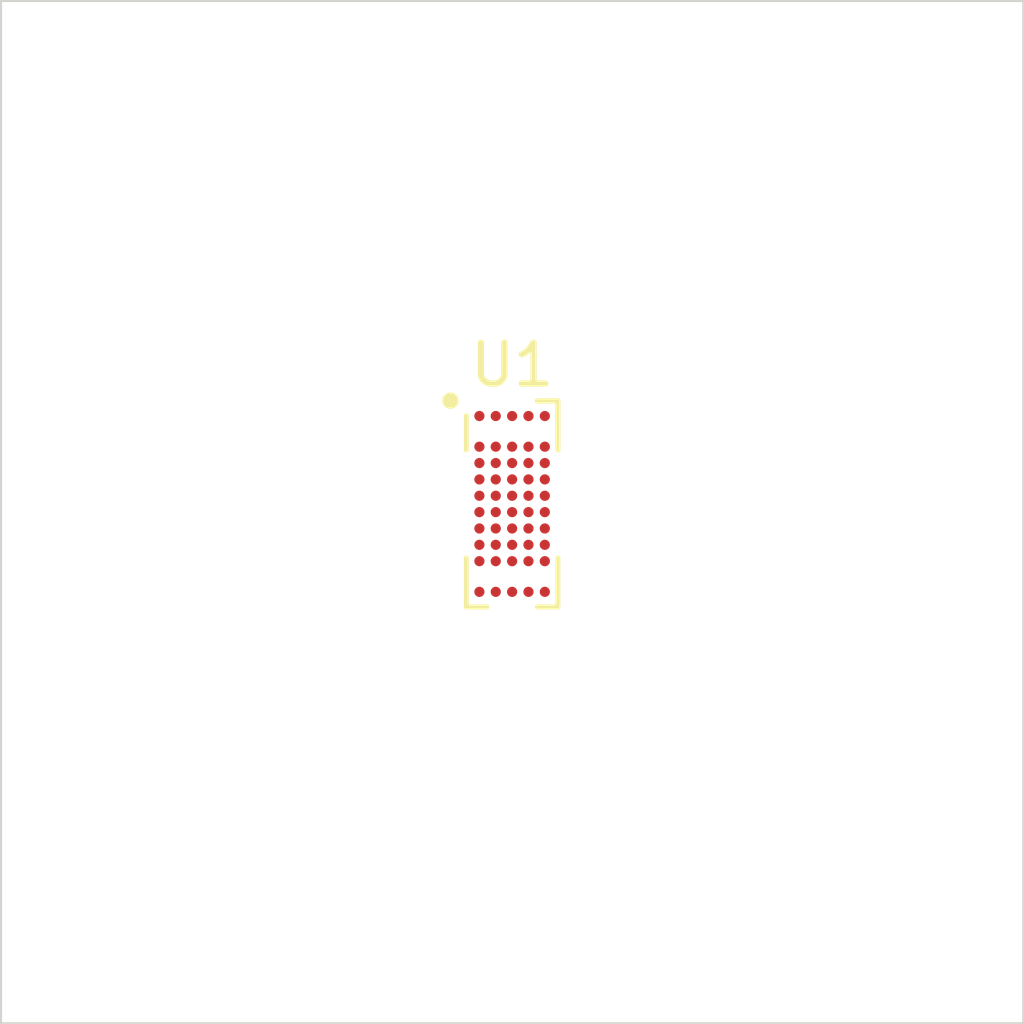
<source format=kicad_pcb>
(kicad_pcb (version 20221018) (generator pcbnew)
  (layers (0 "F.Cu" signal) (31 "B.Cu" signal) (34 "B.Paste" user) (35 "F.Paste" user) (36 "B.SilkS" user "B.Silkscreen") (37 "F.SilkS" user "F.Silkscreen") (38 "B.Mask" user) (39 "F.Mask" user) (44 "Edge.Cuts" user))
  (net 0 "")
  (net 1 "Net-(U1-PadA3)")
  (net 2 "Net-(U1-PadJ5)")
  (net 3 "Net-(U1-PadH5)")
  (net 4 "Net-(U1-PadG5)")
  (net 5 "Net-(U1-PadF5)")
  (net 6 "Net-(U1-PadE5)")
  (net 7 "Net-(U1-PadD5)")
  (net 8 "Net-(U1-PadB3)")
  (net 9 "Net-(U1-PadA1)")
  (net 10 "Net-(U1-PadH4)")
  (net 11 "Net-(U1-PadG4)")
  (net 12 "Net-(U1-PadF4)")
  (net 13 "Net-(U1-PadE4)")
  (net 14 "Net-(U1-PadD4)")
  (net 15 "Net-(U1-PadC4)")
  (net 16 "Net-(U1-PadA4)")
  (net 17 "Net-(U1-PadG3)")
  (net 18 "Net-(U1-PadF3)")
  (net 19 "Net-(U1-PadE3)")
  (net 20 "Net-(U1-PadD3)")
  (net 21 "Net-(U1-PadJ2)")
  (net 22 "Net-(U1-PadH2)")
  (net 23 "Net-(U1-PadG2)")
  (net 24 "Net-(U1-PadF2)")
  (net 25 "Net-(U1-PadE2)")
  (net 26 "Net-(U1-PadD2)")
  (net 27 "Net-(U1-PadC2)")
  (net 28 "Net-(U1-PadJ1)")
  (net 29 "Net-(U1-PadG1)")
  (net 30 "Net-(U1-PadE1)")
  (net 31 "Net-(U1-PadD1)")
  (footprint "rpc-template:WLCSP-50_1.96x4.63mm_Layout5x10_P0.4mm" (layer "F.Cu") (at 142.5 92.3)
    (fp_text reference "U1" (at 0 -3.4) (layer "F.SilkS"))
    (fp_text value "EM6GA16LCAEA-12H")
    (fp_line (start -1.12 -2.159) (end -1.12 -1.32) (stroke (width 0.12)) (layer "F.SilkS"))
    (fp_line (start -1.12 2.52) (end -1.12 1.32) (stroke (width 0.12)) (layer "F.SilkS"))
    (fp_line (start -0.62 2.52) (end -1.12 2.52) (stroke (width 0.12)) (layer "F.SilkS"))
    (fp_line (start 0.62 -2.52) (end 1.12 -2.52) (stroke (width 0.12)) (layer "F.SilkS"))
    (fp_line (start 0.62 -2.52) (end 1.12 -2.52) (stroke (width 0.12)) (layer "F.SilkS"))
    (fp_line (start 0.62 -2.52) (end 1.12 -2.52) (stroke (width 0.12)) (layer "F.SilkS"))
    (fp_line (start 0.62 2.52) (end 1.12 2.52) (stroke (width 0.12)) (layer "F.SilkS"))
    (fp_line (start 1.12 -2.52) (end 1.12 -1.32) (stroke (width 0.12)) (layer "F.SilkS"))
    (fp_line (start 1.12 -2.52) (end 1.12 -1.32) (stroke (width 0.12)) (layer "F.SilkS"))
    (fp_line (start 1.12 -2.52) (end 1.12 -1.32) (stroke (width 0.12)) (layer "F.SilkS"))
    (fp_line (start 1.12 2.52) (end 1.12 1.32) (stroke (width 0.12)) (layer "F.SilkS"))
    (fp_circle (center -1.508 -2.527) (end -1.508 -2.427) (stroke (width 0.2)) (fill none) (layer "F.SilkS"))
    (pad "A1" smd circle (at -0.8 -2.15) (size 0.25 0.25) (layers "F.Cu" "F.Paste" "F.Mask") (net 9 "Net-(U1-PadA1)"))
    (pad "A2" smd circle (at -0.4 -2.15) (size 0.25 0.25) (layers "F.Cu" "F.Paste" "F.Mask") (net 9 "Net-(U1-PadA1)"))
    (pad "A3" smd circle (at 0 -2.15) (size 0.25 0.25) (layers "F.Cu" "F.Paste" "F.Mask") (net 1 "Net-(U1-PadA3)"))
    (pad "A4" smd circle (at 0.4 -2.15) (size 0.25 0.25) (layers "F.Cu" "F.Paste" "F.Mask") (net 16 "Net-(U1-PadA4)"))
    (pad "A5" smd circle (at 0.8 -2.15) (size 0.25 0.25) (layers "F.Cu" "F.Paste" "F.Mask") (net 1 "Net-(U1-PadA3)"))
    (pad "B1" smd circle (at -0.8 -1.4) (size 0.25 0.25) (layers "F.Cu" "F.Paste" "F.Mask") (net 16 "Net-(U1-PadA4)"))
    (pad "B2" smd circle (at -0.4 -1.4) (size 0.25 0.25) (layers "F.Cu" "F.Paste" "F.Mask") (net 1 "Net-(U1-PadA3)"))
    (pad "B3" smd circle (at 0 -1.4) (size 0.25 0.25) (layers "F.Cu" "F.Paste" "F.Mask") (net 8 "Net-(U1-PadB3)"))
    (pad "B4" smd circle (at 0.4 -1.4) (size 0.25 0.25) (layers "F.Cu" "F.Paste" "F.Mask") (net 9 "Net-(U1-PadA1)"))
    (pad "B5" smd circle (at 0.8 -1.4) (size 0.25 0.25) (layers "F.Cu" "F.Paste" "F.Mask") (net 1 "Net-(U1-PadA3)"))
    (pad "C1" smd circle (at -0.8 -1) (size 0.25 0.25) (layers "F.Cu" "F.Paste" "F.Mask") (net 8 "Net-(U1-PadB3)"))
    (pad "C2" smd circle (at -0.4 -1) (size 0.25 0.25) (layers "F.Cu" "F.Paste" "F.Mask") (net 27 "Net-(U1-PadC2)"))
    (pad "C3" smd circle (at 0 -1) (size 0.25 0.25) (layers "F.Cu" "F.Paste" "F.Mask") (net 9 "Net-(U1-PadA1)"))
    (pad "C4" smd circle (at 0.4 -1) (size 0.25 0.25) (layers "F.Cu" "F.Paste" "F.Mask") (net 15 "Net-(U1-PadC4)"))
    (pad "C5" smd circle (at 0.8 -1) (size 0.25 0.25) (layers "F.Cu" "F.Paste" "F.Mask") (net 8 "Net-(U1-PadB3)"))
    (pad "D1" smd circle (at -0.8 -0.6) (size 0.25 0.25) (layers "F.Cu" "F.Paste" "F.Mask") (net 31 "Net-(U1-PadD1)"))
    (pad "D2" smd circle (at -0.4 -0.6) (size 0.25 0.25) (layers "F.Cu" "F.Paste" "F.Mask") (net 26 "Net-(U1-PadD2)"))
    (pad "D3" smd circle (at 0 -0.6) (size 0.25 0.25) (layers "F.Cu" "F.Paste" "F.Mask") (net 20 "Net-(U1-PadD3)"))
    (pad "D4" smd circle (at 0.4 -0.6) (size 0.25 0.25) (layers "F.Cu" "F.Paste" "F.Mask") (net 14 "Net-(U1-PadD4)"))
    (pad "D5" smd circle (at 0.8 -0.6) (size 0.25 0.25) (layers "F.Cu" "F.Paste" "F.Mask") (net 7 "Net-(U1-PadD5)"))
    (pad "E1" smd circle (at -0.8 -0.2) (size 0.25 0.25) (layers "F.Cu" "F.Paste" "F.Mask") (net 30 "Net-(U1-PadE1)"))
    (pad "E2" smd circle (at -0.4 -0.2) (size 0.25 0.25) (layers "F.Cu" "F.Paste" "F.Mask") (net 25 "Net-(U1-PadE2)"))
    (pad "E3" smd circle (at 0 -0.2) (size 0.25 0.25) (layers "F.Cu" "F.Paste" "F.Mask") (net 19 "Net-(U1-PadE3)"))
    (pad "E4" smd circle (at 0.4 -0.2) (size 0.25 0.25) (layers "F.Cu" "F.Paste" "F.Mask") (net 13 "Net-(U1-PadE4)"))
    (pad "E5" smd circle (at 0.8 -0.2) (size 0.25 0.25) (layers "F.Cu" "F.Paste" "F.Mask") (net 6 "Net-(U1-PadE5)"))
    (pad "F1" smd circle (at -0.8 0.2) (size 0.25 0.25) (layers "F.Cu" "F.Paste" "F.Mask") (net 9 "Net-(U1-PadA1)"))
    (pad "F2" smd circle (at -0.4 0.2) (size 0.25 0.25) (layers "F.Cu" "F.Paste" "F.Mask") (net 24 "Net-(U1-PadF2)"))
    (pad "F3" smd circle (at 0 0.2) (size 0.25 0.25) (layers "F.Cu" "F.Paste" "F.Mask") (net 18 "Net-(U1-PadF3)"))
    (pad "F4" smd circle (at 0.4 0.2) (size 0.25 0.25) (layers "F.Cu" "F.Paste" "F.Mask") (net 12 "Net-(U1-PadF4)"))
    (pad "F5" smd circle (at 0.8 0.2) (size 0.25 0.25) (layers "F.Cu" "F.Paste" "F.Mask") (net 5 "Net-(U1-PadF5)"))
    (pad "G1" smd circle (at -0.8 0.6) (size 0.25 0.25) (layers "F.Cu" "F.Paste" "F.Mask") (net 29 "Net-(U1-PadG1)"))
    (pad "G2" smd circle (at -0.4 0.6) (size 0.25 0.25) (layers "F.Cu" "F.Paste" "F.Mask") (net 23 "Net-(U1-PadG2)"))
    (pad "G3" smd circle (at 0 0.6) (size 0.25 0.25) (layers "F.Cu" "F.Paste" "F.Mask") (net 17 "Net-(U1-PadG3)"))
    (pad "G4" smd circle (at 0.4 0.6) (size 0.25 0.25) (layers "F.Cu" "F.Paste" "F.Mask") (net 11 "Net-(U1-PadG4)"))
    (pad "G5" smd circle (at 0.8 0.6) (size 0.25 0.25) (layers "F.Cu" "F.Paste" "F.Mask") (net 4 "Net-(U1-PadG5)"))
    (pad "H1" smd circle (at -0.8 1) (size 0.25 0.25) (layers "F.Cu" "F.Paste" "F.Mask") (net 8 "Net-(U1-PadB3)"))
    (pad "H2" smd circle (at -0.4 1) (size 0.25 0.25) (layers "F.Cu" "F.Paste" "F.Mask") (net 22 "Net-(U1-PadH2)"))
    (pad "H3" smd circle (at 0 1) (size 0.25 0.25) (layers "F.Cu" "F.Paste" "F.Mask") (net 1 "Net-(U1-PadA3)"))
    (pad "H4" smd circle (at 0.4 1) (size 0.25 0.25) (layers "F.Cu" "F.Paste" "F.Mask") (net 10 "Net-(U1-PadH4)"))
    (pad "H5" smd circle (at 0.8 1) (size 0.25 0.25) (layers "F.Cu" "F.Paste" "F.Mask") (net 3 "Net-(U1-PadH5)"))
    (pad "J1" smd circle (at -0.8 1.4) (size 0.25 0.25) (layers "F.Cu" "F.Paste" "F.Mask") (net 28 "Net-(U1-PadJ1)"))
    (pad "J2" smd circle (at -0.4 1.4) (size 0.25 0.25) (layers "F.Cu" "F.Paste" "F.Mask") (net 21 "Net-(U1-PadJ2)"))
    (pad "J3" smd circle (at 0 1.4) (size 0.25 0.25) (layers "F.Cu" "F.Paste" "F.Mask") (net 1 "Net-(U1-PadA3)"))
    (pad "J4" smd circle (at 0.4 1.4) (size 0.25 0.25) (layers "F.Cu" "F.Paste" "F.Mask") (net 9 "Net-(U1-PadA1)"))
    (pad "J5" smd circle (at 0.8 1.4) (size 0.25 0.25) (layers "F.Cu" "F.Paste" "F.Mask") (net 2 "Net-(U1-PadJ5)"))
    (pad "K1" smd circle (at -0.8 2.15) (size 0.25 0.25) (layers "F.Cu" "F.Paste" "F.Mask") (net 5 "Net-(U1-PadF5)"))
    (pad "K2" smd circle (at -0.4 2.15) (size 0.25 0.25) (layers "F.Cu" "F.Paste" "F.Mask") (net 1 "Net-(U1-PadA3)"))
    (pad "K3" smd circle (at 0 2.15) (size 0.25 0.25) (layers "F.Cu" "F.Paste" "F.Mask") (net 9 "Net-(U1-PadA1)"))
    (pad "K4" smd circle (at 0.4 2.15) (size 0.25 0.25) (layers "F.Cu" "F.Paste" "F.Mask") (net 9 "Net-(U1-PadA1)"))
    (pad "K5" smd circle (at 0.8 2.15) (size 0.25 0.25) (layers "F.Cu" "F.Paste" "F.Mask") (net 1 "Net-(U1-PadA3)"))
  )
  (gr_line (start 155 80) (end 130 80) (stroke (width 0.05)) (layer "Edge.Cuts"))
  (gr_line (start 130 105) (end 155 105) (stroke (width 0.05)) (layer "Edge.Cuts"))
  (gr_line (start 130 80) (end 130 105) (stroke (width 0.05)) (layer "Edge.Cuts"))
  (gr_line (start 155 105) (end 155 80) (stroke (width 0.05)) (layer "Edge.Cuts"))
)
</source>
